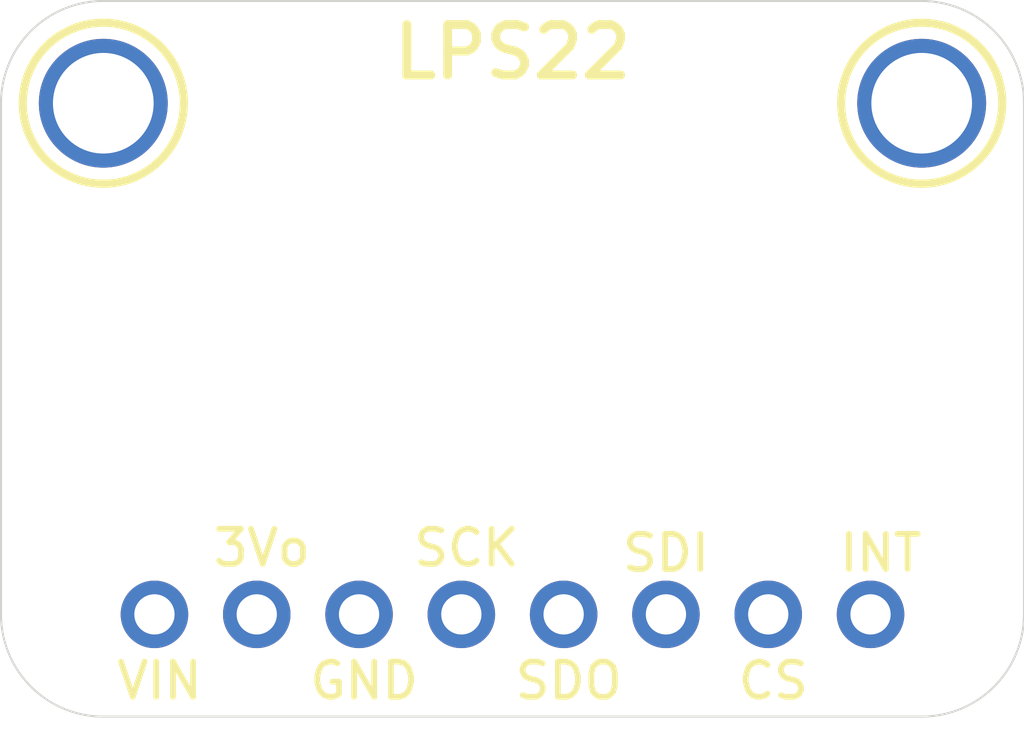
<source format=kicad_pcb>
(kicad_pcb (version 20241229) (generator "pcbnew") (generator_version "9.0")
  (layers (0 "F.Cu" signal) (2 "B.Cu" signal) (13 "F.Paste" user) (15 "B.Paste" user) (5 "F.SilkS" user "F.Silkscreen") (7 "B.SilkS" user "B.Silkscreen") (1 "F.Mask" user) (3 "B.Mask" user) (25 "Edge.Cuts" user))
  (net 0 "")
  (net 1 "GND")
  (net 2 "3.3V")
  (net 3 "INT")
  (net 4 "VCC")
  (net 5 "SDO/ADR")
  (net 6 "SDI/SDA")
  (net 7 "SCK/SCL")
  (net 8 "CS")
  (footprint "MOUNTINGHOLE_2.5_PLATED" (layer "F.Cu") (at 158.6611 98.6536)
    (property "Reference" "U$17" (hide yes))
    (property "Value" "MOUNTINGHOLE2.5" (hide yes))
    (fp_circle (center 0 0) (end 2 0) (stroke (width 0.2032)) (fill no) (layer "F.SilkS"))
    (pad "P$1" thru_hole circle (at 0 0) (size 3.2 3.2) (drill 2.5) (layers "*.Cu" "*.Mask"))
  )
  (footprint "MOUNTINGHOLE_2.5_PLATED" (layer "F.Cu") (at 138.3411 98.6536)
    (property "Reference" "U$1" (hide yes))
    (property "Value" "MOUNTINGHOLE2.5" (hide yes))
    (fp_circle (center 0 0) (end 2 0) (stroke (width 0.2032)) (fill no) (layer "F.SilkS"))
    (pad "P$1" thru_hole circle (at 0 0) (size 3.2 3.2) (drill 2.5) (layers "*.Cu" "*.Mask"))
  )
  (footprint "1X08_ROUND" (layer "F.Cu") (at 148.5011 111.3536)
    (property "Reference" "JP3" (hide yes))
    (property "Value" "")
    (pad "1" thru_hole circle (at -8.89 0 90) (size 1.6764 1.6764) (drill 1) (layers "*.Cu" "*.Mask") (net 4 "VCC"))
    (pad "2" thru_hole circle (at -6.35 0 90) (size 1.6764 1.6764) (drill 1) (layers "*.Cu" "*.Mask") (net 2 "3.3V"))
    (pad "3" thru_hole circle (at -3.81 0 90) (size 1.6764 1.6764) (drill 1) (layers "*.Cu" "*.Mask") (net 1 "GND"))
    (pad "4" thru_hole circle (at -1.27 0 90) (size 1.6764 1.6764) (drill 1) (layers "*.Cu" "*.Mask") (net 7 "SCK/SCL"))
    (pad "5" thru_hole circle (at 1.27 0 90) (size 1.6764 1.6764) (drill 1) (layers "*.Cu" "*.Mask") (net 5 "SDO/ADR"))
    (pad "6" thru_hole circle (at 3.81 0 90) (size 1.6764 1.6764) (drill 1) (layers "*.Cu" "*.Mask") (net 6 "SDI/SDA"))
    (pad "7" thru_hole circle (at 6.35 0 90) (size 1.6764 1.6764) (drill 1) (layers "*.Cu" "*.Mask") (net 8 "CS"))
    (pad "8" thru_hole circle (at 8.89 0 90) (size 1.6764 1.6764) (drill 1) (layers "*.Cu" "*.Mask") (net 3 "INT"))
  )
  (gr_arc (start 161.2011 111.3536) (mid 160.457151 113.149651) (end 158.6611 113.8936) (stroke (width 0.05)) (layer "Edge.Cuts"))
  (gr_arc (start 138.3411 113.8936) (mid 136.545049 113.149651) (end 135.8011 111.3536) (stroke (width 0.05)) (layer "Edge.Cuts"))
  (gr_line (start 138.3411 113.8936) (end 158.6611 113.8936) (stroke (width 0.05)) (layer "Edge.Cuts"))
  (gr_line (start 158.6611 96.1136) (end 138.3411 96.1136) (stroke (width 0.05)) (layer "Edge.Cuts"))
  (gr_line (start 161.2011 111.3536) (end 161.2011 98.6536) (stroke (width 0.05)) (layer "Edge.Cuts"))
  (gr_arc (start 135.8011 98.6536) (mid 136.545049 96.857549) (end 138.3411 96.1136) (stroke (width 0.05)) (layer "Edge.Cuts"))
  (gr_line (start 135.8011 98.6536) (end 135.8011 111.3536) (stroke (width 0.05)) (layer "Edge.Cuts"))
  (gr_arc (start 158.6611 96.1136) (mid 160.457151 96.857549) (end 161.2011 98.6536) (stroke (width 0.05)) (layer "Edge.Cuts"))
  (gr_text "GND" (at 144.8181 113.0046 0) (layer "F.SilkS") (effects (font (size 0.87376 0.87376) (thickness 0.14224))))
  (gr_text "VIN" (at 139.7381 113.0046 0) (layer "F.SilkS") (effects (font (size 0.87376 0.87376) (thickness 0.14224))))
  (gr_text "INT" (at 157.6451 109.8296 0) (layer "F.SilkS") (effects (font (size 0.87376 0.87376) (thickness 0.14224))))
  (gr_text "CS" (at 154.9781 113.0046 0) (layer "F.SilkS") (effects (font (size 0.87376 0.87376) (thickness 0.14224))))
  (gr_text "3Vo" (at 142.2781 109.7026 0) (layer "F.SilkS") (effects (font (size 0.87376 0.87376) (thickness 0.14224))))
  (gr_text "LPS22" (at 148.5011 97.3836 0) (layer "F.SilkS") (effects (font (size 1.25222 1.25222) (thickness 0.22098))))
  (gr_text "SDO" (at 149.8981 113.0046 0) (layer "F.SilkS") (effects (font (size 0.87376 0.87376) (thickness 0.14224))))
  (gr_text "SDI" (at 152.3111 109.8296 0) (layer "F.SilkS") (effects (font (size 0.87376 0.87376) (thickness 0.14224))))
  (gr_text "SCK" (at 147.3581 109.7026 0) (layer "F.SilkS") (effects (font (size 0.87376 0.87376) (thickness 0.14224))))
  (segment (start 139.6111 111.3536) (end 139.6111 111.0386) (width 0.4064) (layer "F.Cu") (net 4))
  (segment (start 149.7711 111.3536) (end 149.3901 110.9726) (width 0.254) (layer "F.Cu") (net 5))
  (segment (start 150.117393 111.3536) (end 149.7711 111.3536) (width 0.254) (layer "B.Cu") (net 5))
  (segment (start 147.2311 111.6076) (end 147.2311 111.3536) (width 0.254) (layer "F.Cu") (net 7))
  (segment (start 147.2311 111.8616) (end 147.2311 111.6076) (width 0.254) (layer "F.Cu") (net 7))
  (segment (start 147.2311 111.7346) (end 147.2311 111.3536) (width 0.254) (layer "B.Cu") (net 7))
  (segment (start 154.8511 110.6678) (end 154.8511 111.3536) (width 0.254) (layer "F.Cu") (net 8))
)
</source>
